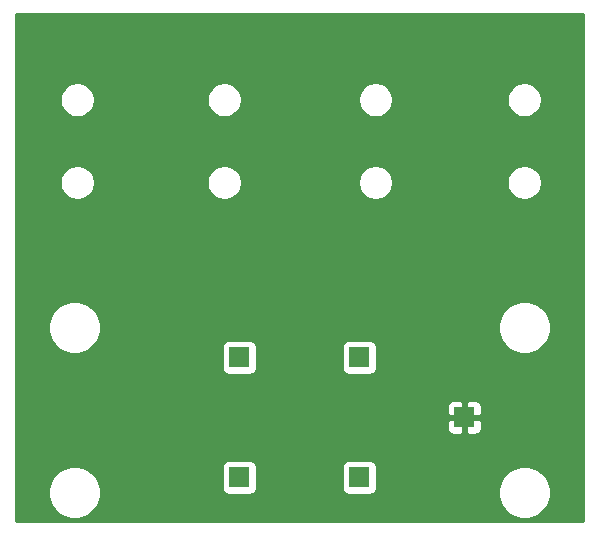
<source format=gbr>
%TF.GenerationSoftware,KiCad,Pcbnew,(5.1.6)-1*%
%TF.CreationDate,2020-10-08T10:17:58-07:00*%
%TF.ProjectId,piezobreakout,7069657a-6f62-4726-9561-6b6f75742e6b,rev?*%
%TF.SameCoordinates,Original*%
%TF.FileFunction,Copper,L2,Bot*%
%TF.FilePolarity,Positive*%
%FSLAX46Y46*%
G04 Gerber Fmt 4.6, Leading zero omitted, Abs format (unit mm)*
G04 Created by KiCad (PCBNEW (5.1.6)-1) date 2020-10-08 10:17:58*
%MOMM*%
%LPD*%
G01*
G04 APERTURE LIST*
%TA.AperFunction,ComponentPad*%
%ADD10R,1.700000X1.700000*%
%TD*%
%TA.AperFunction,ViaPad*%
%ADD11C,0.800000*%
%TD*%
%TA.AperFunction,Conductor*%
%ADD12C,1.000000*%
%TD*%
%TA.AperFunction,Conductor*%
%ADD13C,0.254000*%
%TD*%
G04 APERTURE END LIST*
D10*
%TO.P,J9,1*%
%TO.N,Net-(J4-PadT)*%
X133350000Y-113030000D03*
%TD*%
%TO.P,J8,1*%
%TO.N,Net-(J3-PadT)*%
X123190000Y-113030000D03*
%TD*%
%TO.P,J7,1*%
%TO.N,Net-(J2-PadT)*%
X133350000Y-102870000D03*
%TD*%
%TO.P,J6,1*%
%TO.N,Net-(J1-PadT)*%
X123190000Y-102870000D03*
%TD*%
%TO.P,J5,1*%
%TO.N,Net-(J1-PadS)*%
X142240000Y-107950000D03*
%TD*%
D11*
%TO.N,Net-(J1-PadS)*%
X105410000Y-77470000D03*
X118110000Y-77470000D03*
X130810000Y-77470000D03*
X143510000Y-77470000D03*
%TD*%
D12*
%TO.N,Net-(J1-PadS)*%
X130810000Y-77470000D02*
X140970000Y-77470000D01*
X140970000Y-77470000D02*
X143510000Y-80010000D01*
%TD*%
D13*
%TO.N,Net-(J1-PadS)*%
G36*
X152273000Y-116713000D02*
G01*
X104267000Y-116713000D01*
X104267000Y-114079872D01*
X106985000Y-114079872D01*
X106985000Y-114520128D01*
X107070890Y-114951925D01*
X107239369Y-115358669D01*
X107483962Y-115724729D01*
X107795271Y-116036038D01*
X108161331Y-116280631D01*
X108568075Y-116449110D01*
X108999872Y-116535000D01*
X109440128Y-116535000D01*
X109871925Y-116449110D01*
X110278669Y-116280631D01*
X110644729Y-116036038D01*
X110956038Y-115724729D01*
X111200631Y-115358669D01*
X111369110Y-114951925D01*
X111455000Y-114520128D01*
X111455000Y-114079872D01*
X111369110Y-113648075D01*
X111200631Y-113241331D01*
X110956038Y-112875271D01*
X110644729Y-112563962D01*
X110278669Y-112319369D01*
X109942203Y-112180000D01*
X121701928Y-112180000D01*
X121701928Y-113880000D01*
X121714188Y-114004482D01*
X121750498Y-114124180D01*
X121809463Y-114234494D01*
X121888815Y-114331185D01*
X121985506Y-114410537D01*
X122095820Y-114469502D01*
X122215518Y-114505812D01*
X122340000Y-114518072D01*
X124040000Y-114518072D01*
X124164482Y-114505812D01*
X124284180Y-114469502D01*
X124394494Y-114410537D01*
X124491185Y-114331185D01*
X124570537Y-114234494D01*
X124629502Y-114124180D01*
X124665812Y-114004482D01*
X124678072Y-113880000D01*
X124678072Y-112180000D01*
X131861928Y-112180000D01*
X131861928Y-113880000D01*
X131874188Y-114004482D01*
X131910498Y-114124180D01*
X131969463Y-114234494D01*
X132048815Y-114331185D01*
X132145506Y-114410537D01*
X132255820Y-114469502D01*
X132375518Y-114505812D01*
X132500000Y-114518072D01*
X134200000Y-114518072D01*
X134324482Y-114505812D01*
X134444180Y-114469502D01*
X134554494Y-114410537D01*
X134651185Y-114331185D01*
X134730537Y-114234494D01*
X134789502Y-114124180D01*
X134802942Y-114079872D01*
X145085000Y-114079872D01*
X145085000Y-114520128D01*
X145170890Y-114951925D01*
X145339369Y-115358669D01*
X145583962Y-115724729D01*
X145895271Y-116036038D01*
X146261331Y-116280631D01*
X146668075Y-116449110D01*
X147099872Y-116535000D01*
X147540128Y-116535000D01*
X147971925Y-116449110D01*
X148378669Y-116280631D01*
X148744729Y-116036038D01*
X149056038Y-115724729D01*
X149300631Y-115358669D01*
X149469110Y-114951925D01*
X149555000Y-114520128D01*
X149555000Y-114079872D01*
X149469110Y-113648075D01*
X149300631Y-113241331D01*
X149056038Y-112875271D01*
X148744729Y-112563962D01*
X148378669Y-112319369D01*
X147971925Y-112150890D01*
X147540128Y-112065000D01*
X147099872Y-112065000D01*
X146668075Y-112150890D01*
X146261331Y-112319369D01*
X145895271Y-112563962D01*
X145583962Y-112875271D01*
X145339369Y-113241331D01*
X145170890Y-113648075D01*
X145085000Y-114079872D01*
X134802942Y-114079872D01*
X134825812Y-114004482D01*
X134838072Y-113880000D01*
X134838072Y-112180000D01*
X134825812Y-112055518D01*
X134789502Y-111935820D01*
X134730537Y-111825506D01*
X134651185Y-111728815D01*
X134554494Y-111649463D01*
X134444180Y-111590498D01*
X134324482Y-111554188D01*
X134200000Y-111541928D01*
X132500000Y-111541928D01*
X132375518Y-111554188D01*
X132255820Y-111590498D01*
X132145506Y-111649463D01*
X132048815Y-111728815D01*
X131969463Y-111825506D01*
X131910498Y-111935820D01*
X131874188Y-112055518D01*
X131861928Y-112180000D01*
X124678072Y-112180000D01*
X124665812Y-112055518D01*
X124629502Y-111935820D01*
X124570537Y-111825506D01*
X124491185Y-111728815D01*
X124394494Y-111649463D01*
X124284180Y-111590498D01*
X124164482Y-111554188D01*
X124040000Y-111541928D01*
X122340000Y-111541928D01*
X122215518Y-111554188D01*
X122095820Y-111590498D01*
X121985506Y-111649463D01*
X121888815Y-111728815D01*
X121809463Y-111825506D01*
X121750498Y-111935820D01*
X121714188Y-112055518D01*
X121701928Y-112180000D01*
X109942203Y-112180000D01*
X109871925Y-112150890D01*
X109440128Y-112065000D01*
X108999872Y-112065000D01*
X108568075Y-112150890D01*
X108161331Y-112319369D01*
X107795271Y-112563962D01*
X107483962Y-112875271D01*
X107239369Y-113241331D01*
X107070890Y-113648075D01*
X106985000Y-114079872D01*
X104267000Y-114079872D01*
X104267000Y-108800000D01*
X140751928Y-108800000D01*
X140764188Y-108924482D01*
X140800498Y-109044180D01*
X140859463Y-109154494D01*
X140938815Y-109251185D01*
X141035506Y-109330537D01*
X141145820Y-109389502D01*
X141265518Y-109425812D01*
X141390000Y-109438072D01*
X141954250Y-109435000D01*
X142113000Y-109276250D01*
X142113000Y-108077000D01*
X142367000Y-108077000D01*
X142367000Y-109276250D01*
X142525750Y-109435000D01*
X143090000Y-109438072D01*
X143214482Y-109425812D01*
X143334180Y-109389502D01*
X143444494Y-109330537D01*
X143541185Y-109251185D01*
X143620537Y-109154494D01*
X143679502Y-109044180D01*
X143715812Y-108924482D01*
X143728072Y-108800000D01*
X143725000Y-108235750D01*
X143566250Y-108077000D01*
X142367000Y-108077000D01*
X142113000Y-108077000D01*
X140913750Y-108077000D01*
X140755000Y-108235750D01*
X140751928Y-108800000D01*
X104267000Y-108800000D01*
X104267000Y-107100000D01*
X140751928Y-107100000D01*
X140755000Y-107664250D01*
X140913750Y-107823000D01*
X142113000Y-107823000D01*
X142113000Y-106623750D01*
X142367000Y-106623750D01*
X142367000Y-107823000D01*
X143566250Y-107823000D01*
X143725000Y-107664250D01*
X143728072Y-107100000D01*
X143715812Y-106975518D01*
X143679502Y-106855820D01*
X143620537Y-106745506D01*
X143541185Y-106648815D01*
X143444494Y-106569463D01*
X143334180Y-106510498D01*
X143214482Y-106474188D01*
X143090000Y-106461928D01*
X142525750Y-106465000D01*
X142367000Y-106623750D01*
X142113000Y-106623750D01*
X141954250Y-106465000D01*
X141390000Y-106461928D01*
X141265518Y-106474188D01*
X141145820Y-106510498D01*
X141035506Y-106569463D01*
X140938815Y-106648815D01*
X140859463Y-106745506D01*
X140800498Y-106855820D01*
X140764188Y-106975518D01*
X140751928Y-107100000D01*
X104267000Y-107100000D01*
X104267000Y-100109872D01*
X106985000Y-100109872D01*
X106985000Y-100550128D01*
X107070890Y-100981925D01*
X107239369Y-101388669D01*
X107483962Y-101754729D01*
X107795271Y-102066038D01*
X108161331Y-102310631D01*
X108568075Y-102479110D01*
X108999872Y-102565000D01*
X109440128Y-102565000D01*
X109871925Y-102479110D01*
X110278669Y-102310631D01*
X110644729Y-102066038D01*
X110690767Y-102020000D01*
X121701928Y-102020000D01*
X121701928Y-103720000D01*
X121714188Y-103844482D01*
X121750498Y-103964180D01*
X121809463Y-104074494D01*
X121888815Y-104171185D01*
X121985506Y-104250537D01*
X122095820Y-104309502D01*
X122215518Y-104345812D01*
X122340000Y-104358072D01*
X124040000Y-104358072D01*
X124164482Y-104345812D01*
X124284180Y-104309502D01*
X124394494Y-104250537D01*
X124491185Y-104171185D01*
X124570537Y-104074494D01*
X124629502Y-103964180D01*
X124665812Y-103844482D01*
X124678072Y-103720000D01*
X124678072Y-102020000D01*
X131861928Y-102020000D01*
X131861928Y-103720000D01*
X131874188Y-103844482D01*
X131910498Y-103964180D01*
X131969463Y-104074494D01*
X132048815Y-104171185D01*
X132145506Y-104250537D01*
X132255820Y-104309502D01*
X132375518Y-104345812D01*
X132500000Y-104358072D01*
X134200000Y-104358072D01*
X134324482Y-104345812D01*
X134444180Y-104309502D01*
X134554494Y-104250537D01*
X134651185Y-104171185D01*
X134730537Y-104074494D01*
X134789502Y-103964180D01*
X134825812Y-103844482D01*
X134838072Y-103720000D01*
X134838072Y-102020000D01*
X134825812Y-101895518D01*
X134789502Y-101775820D01*
X134730537Y-101665506D01*
X134651185Y-101568815D01*
X134554494Y-101489463D01*
X134444180Y-101430498D01*
X134324482Y-101394188D01*
X134200000Y-101381928D01*
X132500000Y-101381928D01*
X132375518Y-101394188D01*
X132255820Y-101430498D01*
X132145506Y-101489463D01*
X132048815Y-101568815D01*
X131969463Y-101665506D01*
X131910498Y-101775820D01*
X131874188Y-101895518D01*
X131861928Y-102020000D01*
X124678072Y-102020000D01*
X124665812Y-101895518D01*
X124629502Y-101775820D01*
X124570537Y-101665506D01*
X124491185Y-101568815D01*
X124394494Y-101489463D01*
X124284180Y-101430498D01*
X124164482Y-101394188D01*
X124040000Y-101381928D01*
X122340000Y-101381928D01*
X122215518Y-101394188D01*
X122095820Y-101430498D01*
X121985506Y-101489463D01*
X121888815Y-101568815D01*
X121809463Y-101665506D01*
X121750498Y-101775820D01*
X121714188Y-101895518D01*
X121701928Y-102020000D01*
X110690767Y-102020000D01*
X110956038Y-101754729D01*
X111200631Y-101388669D01*
X111369110Y-100981925D01*
X111455000Y-100550128D01*
X111455000Y-100109872D01*
X145085000Y-100109872D01*
X145085000Y-100550128D01*
X145170890Y-100981925D01*
X145339369Y-101388669D01*
X145583962Y-101754729D01*
X145895271Y-102066038D01*
X146261331Y-102310631D01*
X146668075Y-102479110D01*
X147099872Y-102565000D01*
X147540128Y-102565000D01*
X147971925Y-102479110D01*
X148378669Y-102310631D01*
X148744729Y-102066038D01*
X149056038Y-101754729D01*
X149300631Y-101388669D01*
X149469110Y-100981925D01*
X149555000Y-100550128D01*
X149555000Y-100109872D01*
X149469110Y-99678075D01*
X149300631Y-99271331D01*
X149056038Y-98905271D01*
X148744729Y-98593962D01*
X148378669Y-98349369D01*
X147971925Y-98180890D01*
X147540128Y-98095000D01*
X147099872Y-98095000D01*
X146668075Y-98180890D01*
X146261331Y-98349369D01*
X145895271Y-98593962D01*
X145583962Y-98905271D01*
X145339369Y-99271331D01*
X145170890Y-99678075D01*
X145085000Y-100109872D01*
X111455000Y-100109872D01*
X111369110Y-99678075D01*
X111200631Y-99271331D01*
X110956038Y-98905271D01*
X110644729Y-98593962D01*
X110278669Y-98349369D01*
X109871925Y-98180890D01*
X109440128Y-98095000D01*
X108999872Y-98095000D01*
X108568075Y-98180890D01*
X108161331Y-98349369D01*
X107795271Y-98593962D01*
X107483962Y-98905271D01*
X107239369Y-99271331D01*
X107070890Y-99678075D01*
X106985000Y-100109872D01*
X104267000Y-100109872D01*
X104267000Y-87919740D01*
X107989000Y-87919740D01*
X107989000Y-88212260D01*
X108046068Y-88499158D01*
X108158010Y-88769411D01*
X108320525Y-89012632D01*
X108527368Y-89219475D01*
X108770589Y-89381990D01*
X109040842Y-89493932D01*
X109327740Y-89551000D01*
X109620260Y-89551000D01*
X109907158Y-89493932D01*
X110177411Y-89381990D01*
X110420632Y-89219475D01*
X110627475Y-89012632D01*
X110789990Y-88769411D01*
X110901932Y-88499158D01*
X110959000Y-88212260D01*
X110959000Y-87919740D01*
X120435000Y-87919740D01*
X120435000Y-88212260D01*
X120492068Y-88499158D01*
X120604010Y-88769411D01*
X120766525Y-89012632D01*
X120973368Y-89219475D01*
X121216589Y-89381990D01*
X121486842Y-89493932D01*
X121773740Y-89551000D01*
X122066260Y-89551000D01*
X122353158Y-89493932D01*
X122623411Y-89381990D01*
X122866632Y-89219475D01*
X123073475Y-89012632D01*
X123235990Y-88769411D01*
X123347932Y-88499158D01*
X123405000Y-88212260D01*
X123405000Y-87919740D01*
X133245000Y-87919740D01*
X133245000Y-88212260D01*
X133302068Y-88499158D01*
X133414010Y-88769411D01*
X133576525Y-89012632D01*
X133783368Y-89219475D01*
X134026589Y-89381990D01*
X134296842Y-89493932D01*
X134583740Y-89551000D01*
X134876260Y-89551000D01*
X135163158Y-89493932D01*
X135433411Y-89381990D01*
X135676632Y-89219475D01*
X135883475Y-89012632D01*
X136045990Y-88769411D01*
X136157932Y-88499158D01*
X136215000Y-88212260D01*
X136215000Y-87919740D01*
X145835000Y-87919740D01*
X145835000Y-88212260D01*
X145892068Y-88499158D01*
X146004010Y-88769411D01*
X146166525Y-89012632D01*
X146373368Y-89219475D01*
X146616589Y-89381990D01*
X146886842Y-89493932D01*
X147173740Y-89551000D01*
X147466260Y-89551000D01*
X147753158Y-89493932D01*
X148023411Y-89381990D01*
X148266632Y-89219475D01*
X148473475Y-89012632D01*
X148635990Y-88769411D01*
X148747932Y-88499158D01*
X148805000Y-88212260D01*
X148805000Y-87919740D01*
X148747932Y-87632842D01*
X148635990Y-87362589D01*
X148473475Y-87119368D01*
X148266632Y-86912525D01*
X148023411Y-86750010D01*
X147753158Y-86638068D01*
X147466260Y-86581000D01*
X147173740Y-86581000D01*
X146886842Y-86638068D01*
X146616589Y-86750010D01*
X146373368Y-86912525D01*
X146166525Y-87119368D01*
X146004010Y-87362589D01*
X145892068Y-87632842D01*
X145835000Y-87919740D01*
X136215000Y-87919740D01*
X136157932Y-87632842D01*
X136045990Y-87362589D01*
X135883475Y-87119368D01*
X135676632Y-86912525D01*
X135433411Y-86750010D01*
X135163158Y-86638068D01*
X134876260Y-86581000D01*
X134583740Y-86581000D01*
X134296842Y-86638068D01*
X134026589Y-86750010D01*
X133783368Y-86912525D01*
X133576525Y-87119368D01*
X133414010Y-87362589D01*
X133302068Y-87632842D01*
X133245000Y-87919740D01*
X123405000Y-87919740D01*
X123347932Y-87632842D01*
X123235990Y-87362589D01*
X123073475Y-87119368D01*
X122866632Y-86912525D01*
X122623411Y-86750010D01*
X122353158Y-86638068D01*
X122066260Y-86581000D01*
X121773740Y-86581000D01*
X121486842Y-86638068D01*
X121216589Y-86750010D01*
X120973368Y-86912525D01*
X120766525Y-87119368D01*
X120604010Y-87362589D01*
X120492068Y-87632842D01*
X120435000Y-87919740D01*
X110959000Y-87919740D01*
X110901932Y-87632842D01*
X110789990Y-87362589D01*
X110627475Y-87119368D01*
X110420632Y-86912525D01*
X110177411Y-86750010D01*
X109907158Y-86638068D01*
X109620260Y-86581000D01*
X109327740Y-86581000D01*
X109040842Y-86638068D01*
X108770589Y-86750010D01*
X108527368Y-86912525D01*
X108320525Y-87119368D01*
X108158010Y-87362589D01*
X108046068Y-87632842D01*
X107989000Y-87919740D01*
X104267000Y-87919740D01*
X104267000Y-80919740D01*
X107989000Y-80919740D01*
X107989000Y-81212260D01*
X108046068Y-81499158D01*
X108158010Y-81769411D01*
X108320525Y-82012632D01*
X108527368Y-82219475D01*
X108770589Y-82381990D01*
X109040842Y-82493932D01*
X109327740Y-82551000D01*
X109620260Y-82551000D01*
X109907158Y-82493932D01*
X110177411Y-82381990D01*
X110420632Y-82219475D01*
X110627475Y-82012632D01*
X110789990Y-81769411D01*
X110901932Y-81499158D01*
X110959000Y-81212260D01*
X110959000Y-80919740D01*
X120435000Y-80919740D01*
X120435000Y-81212260D01*
X120492068Y-81499158D01*
X120604010Y-81769411D01*
X120766525Y-82012632D01*
X120973368Y-82219475D01*
X121216589Y-82381990D01*
X121486842Y-82493932D01*
X121773740Y-82551000D01*
X122066260Y-82551000D01*
X122353158Y-82493932D01*
X122623411Y-82381990D01*
X122866632Y-82219475D01*
X123073475Y-82012632D01*
X123235990Y-81769411D01*
X123347932Y-81499158D01*
X123405000Y-81212260D01*
X123405000Y-80919740D01*
X133245000Y-80919740D01*
X133245000Y-81212260D01*
X133302068Y-81499158D01*
X133414010Y-81769411D01*
X133576525Y-82012632D01*
X133783368Y-82219475D01*
X134026589Y-82381990D01*
X134296842Y-82493932D01*
X134583740Y-82551000D01*
X134876260Y-82551000D01*
X135163158Y-82493932D01*
X135433411Y-82381990D01*
X135676632Y-82219475D01*
X135883475Y-82012632D01*
X136045990Y-81769411D01*
X136157932Y-81499158D01*
X136215000Y-81212260D01*
X136215000Y-80919740D01*
X145835000Y-80919740D01*
X145835000Y-81212260D01*
X145892068Y-81499158D01*
X146004010Y-81769411D01*
X146166525Y-82012632D01*
X146373368Y-82219475D01*
X146616589Y-82381990D01*
X146886842Y-82493932D01*
X147173740Y-82551000D01*
X147466260Y-82551000D01*
X147753158Y-82493932D01*
X148023411Y-82381990D01*
X148266632Y-82219475D01*
X148473475Y-82012632D01*
X148635990Y-81769411D01*
X148747932Y-81499158D01*
X148805000Y-81212260D01*
X148805000Y-80919740D01*
X148747932Y-80632842D01*
X148635990Y-80362589D01*
X148473475Y-80119368D01*
X148266632Y-79912525D01*
X148023411Y-79750010D01*
X147753158Y-79638068D01*
X147466260Y-79581000D01*
X147173740Y-79581000D01*
X146886842Y-79638068D01*
X146616589Y-79750010D01*
X146373368Y-79912525D01*
X146166525Y-80119368D01*
X146004010Y-80362589D01*
X145892068Y-80632842D01*
X145835000Y-80919740D01*
X136215000Y-80919740D01*
X136157932Y-80632842D01*
X136045990Y-80362589D01*
X135883475Y-80119368D01*
X135676632Y-79912525D01*
X135433411Y-79750010D01*
X135163158Y-79638068D01*
X134876260Y-79581000D01*
X134583740Y-79581000D01*
X134296842Y-79638068D01*
X134026589Y-79750010D01*
X133783368Y-79912525D01*
X133576525Y-80119368D01*
X133414010Y-80362589D01*
X133302068Y-80632842D01*
X133245000Y-80919740D01*
X123405000Y-80919740D01*
X123347932Y-80632842D01*
X123235990Y-80362589D01*
X123073475Y-80119368D01*
X122866632Y-79912525D01*
X122623411Y-79750010D01*
X122353158Y-79638068D01*
X122066260Y-79581000D01*
X121773740Y-79581000D01*
X121486842Y-79638068D01*
X121216589Y-79750010D01*
X120973368Y-79912525D01*
X120766525Y-80119368D01*
X120604010Y-80362589D01*
X120492068Y-80632842D01*
X120435000Y-80919740D01*
X110959000Y-80919740D01*
X110901932Y-80632842D01*
X110789990Y-80362589D01*
X110627475Y-80119368D01*
X110420632Y-79912525D01*
X110177411Y-79750010D01*
X109907158Y-79638068D01*
X109620260Y-79581000D01*
X109327740Y-79581000D01*
X109040842Y-79638068D01*
X108770589Y-79750010D01*
X108527368Y-79912525D01*
X108320525Y-80119368D01*
X108158010Y-80362589D01*
X108046068Y-80632842D01*
X107989000Y-80919740D01*
X104267000Y-80919740D01*
X104267000Y-73787000D01*
X152273000Y-73787000D01*
X152273000Y-116713000D01*
G37*
X152273000Y-116713000D02*
X104267000Y-116713000D01*
X104267000Y-114079872D01*
X106985000Y-114079872D01*
X106985000Y-114520128D01*
X107070890Y-114951925D01*
X107239369Y-115358669D01*
X107483962Y-115724729D01*
X107795271Y-116036038D01*
X108161331Y-116280631D01*
X108568075Y-116449110D01*
X108999872Y-116535000D01*
X109440128Y-116535000D01*
X109871925Y-116449110D01*
X110278669Y-116280631D01*
X110644729Y-116036038D01*
X110956038Y-115724729D01*
X111200631Y-115358669D01*
X111369110Y-114951925D01*
X111455000Y-114520128D01*
X111455000Y-114079872D01*
X111369110Y-113648075D01*
X111200631Y-113241331D01*
X110956038Y-112875271D01*
X110644729Y-112563962D01*
X110278669Y-112319369D01*
X109942203Y-112180000D01*
X121701928Y-112180000D01*
X121701928Y-113880000D01*
X121714188Y-114004482D01*
X121750498Y-114124180D01*
X121809463Y-114234494D01*
X121888815Y-114331185D01*
X121985506Y-114410537D01*
X122095820Y-114469502D01*
X122215518Y-114505812D01*
X122340000Y-114518072D01*
X124040000Y-114518072D01*
X124164482Y-114505812D01*
X124284180Y-114469502D01*
X124394494Y-114410537D01*
X124491185Y-114331185D01*
X124570537Y-114234494D01*
X124629502Y-114124180D01*
X124665812Y-114004482D01*
X124678072Y-113880000D01*
X124678072Y-112180000D01*
X131861928Y-112180000D01*
X131861928Y-113880000D01*
X131874188Y-114004482D01*
X131910498Y-114124180D01*
X131969463Y-114234494D01*
X132048815Y-114331185D01*
X132145506Y-114410537D01*
X132255820Y-114469502D01*
X132375518Y-114505812D01*
X132500000Y-114518072D01*
X134200000Y-114518072D01*
X134324482Y-114505812D01*
X134444180Y-114469502D01*
X134554494Y-114410537D01*
X134651185Y-114331185D01*
X134730537Y-114234494D01*
X134789502Y-114124180D01*
X134802942Y-114079872D01*
X145085000Y-114079872D01*
X145085000Y-114520128D01*
X145170890Y-114951925D01*
X145339369Y-115358669D01*
X145583962Y-115724729D01*
X145895271Y-116036038D01*
X146261331Y-116280631D01*
X146668075Y-116449110D01*
X147099872Y-116535000D01*
X147540128Y-116535000D01*
X147971925Y-116449110D01*
X148378669Y-116280631D01*
X148744729Y-116036038D01*
X149056038Y-115724729D01*
X149300631Y-115358669D01*
X149469110Y-114951925D01*
X149555000Y-114520128D01*
X149555000Y-114079872D01*
X149469110Y-113648075D01*
X149300631Y-113241331D01*
X149056038Y-112875271D01*
X148744729Y-112563962D01*
X148378669Y-112319369D01*
X147971925Y-112150890D01*
X147540128Y-112065000D01*
X147099872Y-112065000D01*
X146668075Y-112150890D01*
X146261331Y-112319369D01*
X145895271Y-112563962D01*
X145583962Y-112875271D01*
X145339369Y-113241331D01*
X145170890Y-113648075D01*
X145085000Y-114079872D01*
X134802942Y-114079872D01*
X134825812Y-114004482D01*
X134838072Y-113880000D01*
X134838072Y-112180000D01*
X134825812Y-112055518D01*
X134789502Y-111935820D01*
X134730537Y-111825506D01*
X134651185Y-111728815D01*
X134554494Y-111649463D01*
X134444180Y-111590498D01*
X134324482Y-111554188D01*
X134200000Y-111541928D01*
X132500000Y-111541928D01*
X132375518Y-111554188D01*
X132255820Y-111590498D01*
X132145506Y-111649463D01*
X132048815Y-111728815D01*
X131969463Y-111825506D01*
X131910498Y-111935820D01*
X131874188Y-112055518D01*
X131861928Y-112180000D01*
X124678072Y-112180000D01*
X124665812Y-112055518D01*
X124629502Y-111935820D01*
X124570537Y-111825506D01*
X124491185Y-111728815D01*
X124394494Y-111649463D01*
X124284180Y-111590498D01*
X124164482Y-111554188D01*
X124040000Y-111541928D01*
X122340000Y-111541928D01*
X122215518Y-111554188D01*
X122095820Y-111590498D01*
X121985506Y-111649463D01*
X121888815Y-111728815D01*
X121809463Y-111825506D01*
X121750498Y-111935820D01*
X121714188Y-112055518D01*
X121701928Y-112180000D01*
X109942203Y-112180000D01*
X109871925Y-112150890D01*
X109440128Y-112065000D01*
X108999872Y-112065000D01*
X108568075Y-112150890D01*
X108161331Y-112319369D01*
X107795271Y-112563962D01*
X107483962Y-112875271D01*
X107239369Y-113241331D01*
X107070890Y-113648075D01*
X106985000Y-114079872D01*
X104267000Y-114079872D01*
X104267000Y-108800000D01*
X140751928Y-108800000D01*
X140764188Y-108924482D01*
X140800498Y-109044180D01*
X140859463Y-109154494D01*
X140938815Y-109251185D01*
X141035506Y-109330537D01*
X141145820Y-109389502D01*
X141265518Y-109425812D01*
X141390000Y-109438072D01*
X141954250Y-109435000D01*
X142113000Y-109276250D01*
X142113000Y-108077000D01*
X142367000Y-108077000D01*
X142367000Y-109276250D01*
X142525750Y-109435000D01*
X143090000Y-109438072D01*
X143214482Y-109425812D01*
X143334180Y-109389502D01*
X143444494Y-109330537D01*
X143541185Y-109251185D01*
X143620537Y-109154494D01*
X143679502Y-109044180D01*
X143715812Y-108924482D01*
X143728072Y-108800000D01*
X143725000Y-108235750D01*
X143566250Y-108077000D01*
X142367000Y-108077000D01*
X142113000Y-108077000D01*
X140913750Y-108077000D01*
X140755000Y-108235750D01*
X140751928Y-108800000D01*
X104267000Y-108800000D01*
X104267000Y-107100000D01*
X140751928Y-107100000D01*
X140755000Y-107664250D01*
X140913750Y-107823000D01*
X142113000Y-107823000D01*
X142113000Y-106623750D01*
X142367000Y-106623750D01*
X142367000Y-107823000D01*
X143566250Y-107823000D01*
X143725000Y-107664250D01*
X143728072Y-107100000D01*
X143715812Y-106975518D01*
X143679502Y-106855820D01*
X143620537Y-106745506D01*
X143541185Y-106648815D01*
X143444494Y-106569463D01*
X143334180Y-106510498D01*
X143214482Y-106474188D01*
X143090000Y-106461928D01*
X142525750Y-106465000D01*
X142367000Y-106623750D01*
X142113000Y-106623750D01*
X141954250Y-106465000D01*
X141390000Y-106461928D01*
X141265518Y-106474188D01*
X141145820Y-106510498D01*
X141035506Y-106569463D01*
X140938815Y-106648815D01*
X140859463Y-106745506D01*
X140800498Y-106855820D01*
X140764188Y-106975518D01*
X140751928Y-107100000D01*
X104267000Y-107100000D01*
X104267000Y-100109872D01*
X106985000Y-100109872D01*
X106985000Y-100550128D01*
X107070890Y-100981925D01*
X107239369Y-101388669D01*
X107483962Y-101754729D01*
X107795271Y-102066038D01*
X108161331Y-102310631D01*
X108568075Y-102479110D01*
X108999872Y-102565000D01*
X109440128Y-102565000D01*
X109871925Y-102479110D01*
X110278669Y-102310631D01*
X110644729Y-102066038D01*
X110690767Y-102020000D01*
X121701928Y-102020000D01*
X121701928Y-103720000D01*
X121714188Y-103844482D01*
X121750498Y-103964180D01*
X121809463Y-104074494D01*
X121888815Y-104171185D01*
X121985506Y-104250537D01*
X122095820Y-104309502D01*
X122215518Y-104345812D01*
X122340000Y-104358072D01*
X124040000Y-104358072D01*
X124164482Y-104345812D01*
X124284180Y-104309502D01*
X124394494Y-104250537D01*
X124491185Y-104171185D01*
X124570537Y-104074494D01*
X124629502Y-103964180D01*
X124665812Y-103844482D01*
X124678072Y-103720000D01*
X124678072Y-102020000D01*
X131861928Y-102020000D01*
X131861928Y-103720000D01*
X131874188Y-103844482D01*
X131910498Y-103964180D01*
X131969463Y-104074494D01*
X132048815Y-104171185D01*
X132145506Y-104250537D01*
X132255820Y-104309502D01*
X132375518Y-104345812D01*
X132500000Y-104358072D01*
X134200000Y-104358072D01*
X134324482Y-104345812D01*
X134444180Y-104309502D01*
X134554494Y-104250537D01*
X134651185Y-104171185D01*
X134730537Y-104074494D01*
X134789502Y-103964180D01*
X134825812Y-103844482D01*
X134838072Y-103720000D01*
X134838072Y-102020000D01*
X134825812Y-101895518D01*
X134789502Y-101775820D01*
X134730537Y-101665506D01*
X134651185Y-101568815D01*
X134554494Y-101489463D01*
X134444180Y-101430498D01*
X134324482Y-101394188D01*
X134200000Y-101381928D01*
X132500000Y-101381928D01*
X132375518Y-101394188D01*
X132255820Y-101430498D01*
X132145506Y-101489463D01*
X132048815Y-101568815D01*
X131969463Y-101665506D01*
X131910498Y-101775820D01*
X131874188Y-101895518D01*
X131861928Y-102020000D01*
X124678072Y-102020000D01*
X124665812Y-101895518D01*
X124629502Y-101775820D01*
X124570537Y-101665506D01*
X124491185Y-101568815D01*
X124394494Y-101489463D01*
X124284180Y-101430498D01*
X124164482Y-101394188D01*
X124040000Y-101381928D01*
X122340000Y-101381928D01*
X122215518Y-101394188D01*
X122095820Y-101430498D01*
X121985506Y-101489463D01*
X121888815Y-101568815D01*
X121809463Y-101665506D01*
X121750498Y-101775820D01*
X121714188Y-101895518D01*
X121701928Y-102020000D01*
X110690767Y-102020000D01*
X110956038Y-101754729D01*
X111200631Y-101388669D01*
X111369110Y-100981925D01*
X111455000Y-100550128D01*
X111455000Y-100109872D01*
X145085000Y-100109872D01*
X145085000Y-100550128D01*
X145170890Y-100981925D01*
X145339369Y-101388669D01*
X145583962Y-101754729D01*
X145895271Y-102066038D01*
X146261331Y-102310631D01*
X146668075Y-102479110D01*
X147099872Y-102565000D01*
X147540128Y-102565000D01*
X147971925Y-102479110D01*
X148378669Y-102310631D01*
X148744729Y-102066038D01*
X149056038Y-101754729D01*
X149300631Y-101388669D01*
X149469110Y-100981925D01*
X149555000Y-100550128D01*
X149555000Y-100109872D01*
X149469110Y-99678075D01*
X149300631Y-99271331D01*
X149056038Y-98905271D01*
X148744729Y-98593962D01*
X148378669Y-98349369D01*
X147971925Y-98180890D01*
X147540128Y-98095000D01*
X147099872Y-98095000D01*
X146668075Y-98180890D01*
X146261331Y-98349369D01*
X145895271Y-98593962D01*
X145583962Y-98905271D01*
X145339369Y-99271331D01*
X145170890Y-99678075D01*
X145085000Y-100109872D01*
X111455000Y-100109872D01*
X111369110Y-99678075D01*
X111200631Y-99271331D01*
X110956038Y-98905271D01*
X110644729Y-98593962D01*
X110278669Y-98349369D01*
X109871925Y-98180890D01*
X109440128Y-98095000D01*
X108999872Y-98095000D01*
X108568075Y-98180890D01*
X108161331Y-98349369D01*
X107795271Y-98593962D01*
X107483962Y-98905271D01*
X107239369Y-99271331D01*
X107070890Y-99678075D01*
X106985000Y-100109872D01*
X104267000Y-100109872D01*
X104267000Y-87919740D01*
X107989000Y-87919740D01*
X107989000Y-88212260D01*
X108046068Y-88499158D01*
X108158010Y-88769411D01*
X108320525Y-89012632D01*
X108527368Y-89219475D01*
X108770589Y-89381990D01*
X109040842Y-89493932D01*
X109327740Y-89551000D01*
X109620260Y-89551000D01*
X109907158Y-89493932D01*
X110177411Y-89381990D01*
X110420632Y-89219475D01*
X110627475Y-89012632D01*
X110789990Y-88769411D01*
X110901932Y-88499158D01*
X110959000Y-88212260D01*
X110959000Y-87919740D01*
X120435000Y-87919740D01*
X120435000Y-88212260D01*
X120492068Y-88499158D01*
X120604010Y-88769411D01*
X120766525Y-89012632D01*
X120973368Y-89219475D01*
X121216589Y-89381990D01*
X121486842Y-89493932D01*
X121773740Y-89551000D01*
X122066260Y-89551000D01*
X122353158Y-89493932D01*
X122623411Y-89381990D01*
X122866632Y-89219475D01*
X123073475Y-89012632D01*
X123235990Y-88769411D01*
X123347932Y-88499158D01*
X123405000Y-88212260D01*
X123405000Y-87919740D01*
X133245000Y-87919740D01*
X133245000Y-88212260D01*
X133302068Y-88499158D01*
X133414010Y-88769411D01*
X133576525Y-89012632D01*
X133783368Y-89219475D01*
X134026589Y-89381990D01*
X134296842Y-89493932D01*
X134583740Y-89551000D01*
X134876260Y-89551000D01*
X135163158Y-89493932D01*
X135433411Y-89381990D01*
X135676632Y-89219475D01*
X135883475Y-89012632D01*
X136045990Y-88769411D01*
X136157932Y-88499158D01*
X136215000Y-88212260D01*
X136215000Y-87919740D01*
X145835000Y-87919740D01*
X145835000Y-88212260D01*
X145892068Y-88499158D01*
X146004010Y-88769411D01*
X146166525Y-89012632D01*
X146373368Y-89219475D01*
X146616589Y-89381990D01*
X146886842Y-89493932D01*
X147173740Y-89551000D01*
X147466260Y-89551000D01*
X147753158Y-89493932D01*
X148023411Y-89381990D01*
X148266632Y-89219475D01*
X148473475Y-89012632D01*
X148635990Y-88769411D01*
X148747932Y-88499158D01*
X148805000Y-88212260D01*
X148805000Y-87919740D01*
X148747932Y-87632842D01*
X148635990Y-87362589D01*
X148473475Y-87119368D01*
X148266632Y-86912525D01*
X148023411Y-86750010D01*
X147753158Y-86638068D01*
X147466260Y-86581000D01*
X147173740Y-86581000D01*
X146886842Y-86638068D01*
X146616589Y-86750010D01*
X146373368Y-86912525D01*
X146166525Y-87119368D01*
X146004010Y-87362589D01*
X145892068Y-87632842D01*
X145835000Y-87919740D01*
X136215000Y-87919740D01*
X136157932Y-87632842D01*
X136045990Y-87362589D01*
X135883475Y-87119368D01*
X135676632Y-86912525D01*
X135433411Y-86750010D01*
X135163158Y-86638068D01*
X134876260Y-86581000D01*
X134583740Y-86581000D01*
X134296842Y-86638068D01*
X134026589Y-86750010D01*
X133783368Y-86912525D01*
X133576525Y-87119368D01*
X133414010Y-87362589D01*
X133302068Y-87632842D01*
X133245000Y-87919740D01*
X123405000Y-87919740D01*
X123347932Y-87632842D01*
X123235990Y-87362589D01*
X123073475Y-87119368D01*
X122866632Y-86912525D01*
X122623411Y-86750010D01*
X122353158Y-86638068D01*
X122066260Y-86581000D01*
X121773740Y-86581000D01*
X121486842Y-86638068D01*
X121216589Y-86750010D01*
X120973368Y-86912525D01*
X120766525Y-87119368D01*
X120604010Y-87362589D01*
X120492068Y-87632842D01*
X120435000Y-87919740D01*
X110959000Y-87919740D01*
X110901932Y-87632842D01*
X110789990Y-87362589D01*
X110627475Y-87119368D01*
X110420632Y-86912525D01*
X110177411Y-86750010D01*
X109907158Y-86638068D01*
X109620260Y-86581000D01*
X109327740Y-86581000D01*
X109040842Y-86638068D01*
X108770589Y-86750010D01*
X108527368Y-86912525D01*
X108320525Y-87119368D01*
X108158010Y-87362589D01*
X108046068Y-87632842D01*
X107989000Y-87919740D01*
X104267000Y-87919740D01*
X104267000Y-80919740D01*
X107989000Y-80919740D01*
X107989000Y-81212260D01*
X108046068Y-81499158D01*
X108158010Y-81769411D01*
X108320525Y-82012632D01*
X108527368Y-82219475D01*
X108770589Y-82381990D01*
X109040842Y-82493932D01*
X109327740Y-82551000D01*
X109620260Y-82551000D01*
X109907158Y-82493932D01*
X110177411Y-82381990D01*
X110420632Y-82219475D01*
X110627475Y-82012632D01*
X110789990Y-81769411D01*
X110901932Y-81499158D01*
X110959000Y-81212260D01*
X110959000Y-80919740D01*
X120435000Y-80919740D01*
X120435000Y-81212260D01*
X120492068Y-81499158D01*
X120604010Y-81769411D01*
X120766525Y-82012632D01*
X120973368Y-82219475D01*
X121216589Y-82381990D01*
X121486842Y-82493932D01*
X121773740Y-82551000D01*
X122066260Y-82551000D01*
X122353158Y-82493932D01*
X122623411Y-82381990D01*
X122866632Y-82219475D01*
X123073475Y-82012632D01*
X123235990Y-81769411D01*
X123347932Y-81499158D01*
X123405000Y-81212260D01*
X123405000Y-80919740D01*
X133245000Y-80919740D01*
X133245000Y-81212260D01*
X133302068Y-81499158D01*
X133414010Y-81769411D01*
X133576525Y-82012632D01*
X133783368Y-82219475D01*
X134026589Y-82381990D01*
X134296842Y-82493932D01*
X134583740Y-82551000D01*
X134876260Y-82551000D01*
X135163158Y-82493932D01*
X135433411Y-82381990D01*
X135676632Y-82219475D01*
X135883475Y-82012632D01*
X136045990Y-81769411D01*
X136157932Y-81499158D01*
X136215000Y-81212260D01*
X136215000Y-80919740D01*
X145835000Y-80919740D01*
X145835000Y-81212260D01*
X145892068Y-81499158D01*
X146004010Y-81769411D01*
X146166525Y-82012632D01*
X146373368Y-82219475D01*
X146616589Y-82381990D01*
X146886842Y-82493932D01*
X147173740Y-82551000D01*
X147466260Y-82551000D01*
X147753158Y-82493932D01*
X148023411Y-82381990D01*
X148266632Y-82219475D01*
X148473475Y-82012632D01*
X148635990Y-81769411D01*
X148747932Y-81499158D01*
X148805000Y-81212260D01*
X148805000Y-80919740D01*
X148747932Y-80632842D01*
X148635990Y-80362589D01*
X148473475Y-80119368D01*
X148266632Y-79912525D01*
X148023411Y-79750010D01*
X147753158Y-79638068D01*
X147466260Y-79581000D01*
X147173740Y-79581000D01*
X146886842Y-79638068D01*
X146616589Y-79750010D01*
X146373368Y-79912525D01*
X146166525Y-80119368D01*
X146004010Y-80362589D01*
X145892068Y-80632842D01*
X145835000Y-80919740D01*
X136215000Y-80919740D01*
X136157932Y-80632842D01*
X136045990Y-80362589D01*
X135883475Y-80119368D01*
X135676632Y-79912525D01*
X135433411Y-79750010D01*
X135163158Y-79638068D01*
X134876260Y-79581000D01*
X134583740Y-79581000D01*
X134296842Y-79638068D01*
X134026589Y-79750010D01*
X133783368Y-79912525D01*
X133576525Y-80119368D01*
X133414010Y-80362589D01*
X133302068Y-80632842D01*
X133245000Y-80919740D01*
X123405000Y-80919740D01*
X123347932Y-80632842D01*
X123235990Y-80362589D01*
X123073475Y-80119368D01*
X122866632Y-79912525D01*
X122623411Y-79750010D01*
X122353158Y-79638068D01*
X122066260Y-79581000D01*
X121773740Y-79581000D01*
X121486842Y-79638068D01*
X121216589Y-79750010D01*
X120973368Y-79912525D01*
X120766525Y-80119368D01*
X120604010Y-80362589D01*
X120492068Y-80632842D01*
X120435000Y-80919740D01*
X110959000Y-80919740D01*
X110901932Y-80632842D01*
X110789990Y-80362589D01*
X110627475Y-80119368D01*
X110420632Y-79912525D01*
X110177411Y-79750010D01*
X109907158Y-79638068D01*
X109620260Y-79581000D01*
X109327740Y-79581000D01*
X109040842Y-79638068D01*
X108770589Y-79750010D01*
X108527368Y-79912525D01*
X108320525Y-80119368D01*
X108158010Y-80362589D01*
X108046068Y-80632842D01*
X107989000Y-80919740D01*
X104267000Y-80919740D01*
X104267000Y-73787000D01*
X152273000Y-73787000D01*
X152273000Y-116713000D01*
%TD*%
M02*

</source>
